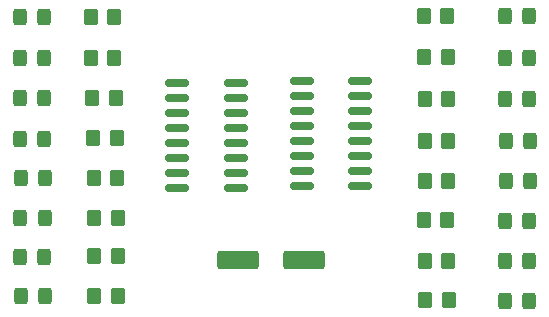
<source format=gbr>
%TF.GenerationSoftware,KiCad,Pcbnew,(6.0.4)*%
%TF.CreationDate,2022-05-29T02:27:13+01:00*%
%TF.ProjectId,16-LED Board,31362d4c-4544-4204-926f-6172642e6b69,V1.0*%
%TF.SameCoordinates,Original*%
%TF.FileFunction,Paste,Top*%
%TF.FilePolarity,Positive*%
%FSLAX46Y46*%
G04 Gerber Fmt 4.6, Leading zero omitted, Abs format (unit mm)*
G04 Created by KiCad (PCBNEW (6.0.4)) date 2022-05-29 02:27:13*
%MOMM*%
%LPD*%
G01*
G04 APERTURE LIST*
G04 Aperture macros list*
%AMRoundRect*
0 Rectangle with rounded corners*
0 $1 Rounding radius*
0 $2 $3 $4 $5 $6 $7 $8 $9 X,Y pos of 4 corners*
0 Add a 4 corners polygon primitive as box body*
4,1,4,$2,$3,$4,$5,$6,$7,$8,$9,$2,$3,0*
0 Add four circle primitives for the rounded corners*
1,1,$1+$1,$2,$3*
1,1,$1+$1,$4,$5*
1,1,$1+$1,$6,$7*
1,1,$1+$1,$8,$9*
0 Add four rect primitives between the rounded corners*
20,1,$1+$1,$2,$3,$4,$5,0*
20,1,$1+$1,$4,$5,$6,$7,0*
20,1,$1+$1,$6,$7,$8,$9,0*
20,1,$1+$1,$8,$9,$2,$3,0*%
G04 Aperture macros list end*
%ADD10RoundRect,0.250000X-0.350000X-0.450000X0.350000X-0.450000X0.350000X0.450000X-0.350000X0.450000X0*%
%ADD11RoundRect,0.250000X0.325000X0.450000X-0.325000X0.450000X-0.325000X-0.450000X0.325000X-0.450000X0*%
%ADD12RoundRect,0.250000X-0.325000X-0.450000X0.325000X-0.450000X0.325000X0.450000X-0.325000X0.450000X0*%
%ADD13RoundRect,0.150000X0.825000X0.150000X-0.825000X0.150000X-0.825000X-0.150000X0.825000X-0.150000X0*%
%ADD14RoundRect,0.250000X0.350000X0.450000X-0.350000X0.450000X-0.350000X-0.450000X0.350000X-0.450000X0*%
%ADD15RoundRect,0.250000X-1.500000X-0.550000X1.500000X-0.550000X1.500000X0.550000X-1.500000X0.550000X0*%
G04 APERTURE END LIST*
D10*
%TO.C,R13*%
X159578800Y-102997000D03*
X161578800Y-102997000D03*
%TD*%
D11*
%TO.C,D12*%
X168487200Y-106400600D03*
X166437200Y-106400600D03*
%TD*%
D12*
%TO.C,D1*%
X125390800Y-116179600D03*
X127440800Y-116179600D03*
%TD*%
%TO.C,D5*%
X125340000Y-102819200D03*
X127390000Y-102819200D03*
%TD*%
D13*
%TO.C,U1*%
X138622000Y-106984800D03*
X138622000Y-105714800D03*
X138622000Y-104444800D03*
X138622000Y-103174800D03*
X138622000Y-101904800D03*
X138622000Y-100634800D03*
X138622000Y-99364800D03*
X138622000Y-98094800D03*
X143572000Y-98094800D03*
X143572000Y-99364800D03*
X143572000Y-100634800D03*
X143572000Y-101904800D03*
X143572000Y-103174800D03*
X143572000Y-104444800D03*
X143572000Y-105714800D03*
X143572000Y-106984800D03*
%TD*%
D14*
%TO.C,R7*%
X133308600Y-95986600D03*
X131308600Y-95986600D03*
%TD*%
%TO.C,R6*%
X133461000Y-99390200D03*
X131461000Y-99390200D03*
%TD*%
D11*
%TO.C,D10*%
X168436400Y-113207800D03*
X166386400Y-113207800D03*
%TD*%
D14*
%TO.C,R5*%
X133537200Y-102768400D03*
X131537200Y-102768400D03*
%TD*%
D15*
%TO.C,C1*%
X143783400Y-113080800D03*
X149383400Y-113080800D03*
%TD*%
D11*
%TO.C,D16*%
X168411000Y-92481400D03*
X166361000Y-92481400D03*
%TD*%
D10*
%TO.C,R11*%
X159502600Y-109728000D03*
X161502600Y-109728000D03*
%TD*%
D11*
%TO.C,D15*%
X168411000Y-95986600D03*
X166361000Y-95986600D03*
%TD*%
%TO.C,D9*%
X168436400Y-116586000D03*
X166386400Y-116586000D03*
%TD*%
D12*
%TO.C,D4*%
X125390800Y-106197400D03*
X127440800Y-106197400D03*
%TD*%
D11*
%TO.C,D14*%
X168461800Y-99491800D03*
X166411800Y-99491800D03*
%TD*%
D14*
%TO.C,R8*%
X133308600Y-92557600D03*
X131308600Y-92557600D03*
%TD*%
%TO.C,R2*%
X133613400Y-112801400D03*
X131613400Y-112801400D03*
%TD*%
D12*
%TO.C,D2*%
X127390000Y-112826800D03*
X125340000Y-112826800D03*
%TD*%
D10*
%TO.C,R9*%
X159629600Y-116484400D03*
X161629600Y-116484400D03*
%TD*%
%TO.C,R10*%
X159578800Y-113157000D03*
X161578800Y-113157000D03*
%TD*%
D14*
%TO.C,R1*%
X133613400Y-116179600D03*
X131613400Y-116179600D03*
%TD*%
D10*
%TO.C,R12*%
X159578800Y-106375200D03*
X161578800Y-106375200D03*
%TD*%
D12*
%TO.C,D7*%
X125314600Y-95986600D03*
X127364600Y-95986600D03*
%TD*%
D14*
%TO.C,R3*%
X133588000Y-109524800D03*
X131588000Y-109524800D03*
%TD*%
D10*
%TO.C,R16*%
X159502600Y-92430600D03*
X161502600Y-92430600D03*
%TD*%
D12*
%TO.C,D3*%
X125365400Y-109524800D03*
X127415400Y-109524800D03*
%TD*%
D10*
%TO.C,R14*%
X159578800Y-99491800D03*
X161578800Y-99491800D03*
%TD*%
D12*
%TO.C,D6*%
X125314600Y-99364800D03*
X127364600Y-99364800D03*
%TD*%
D14*
%TO.C,R4*%
X133562600Y-106197400D03*
X131562600Y-106197400D03*
%TD*%
D12*
%TO.C,D8*%
X125340000Y-92557600D03*
X127390000Y-92557600D03*
%TD*%
D10*
%TO.C,R15*%
X159528000Y-95935800D03*
X161528000Y-95935800D03*
%TD*%
D11*
%TO.C,D11*%
X168461800Y-109778800D03*
X166411800Y-109778800D03*
%TD*%
%TO.C,D13*%
X168487200Y-102997000D03*
X166437200Y-102997000D03*
%TD*%
D13*
%TO.C,U2*%
X154138400Y-106857800D03*
X154138400Y-105587800D03*
X154138400Y-104317800D03*
X154138400Y-103047800D03*
X154138400Y-101777800D03*
X154138400Y-100507800D03*
X154138400Y-99237800D03*
X154138400Y-97967800D03*
X149188400Y-97967800D03*
X149188400Y-99237800D03*
X149188400Y-100507800D03*
X149188400Y-101777800D03*
X149188400Y-103047800D03*
X149188400Y-104317800D03*
X149188400Y-105587800D03*
X149188400Y-106857800D03*
%TD*%
M02*

</source>
